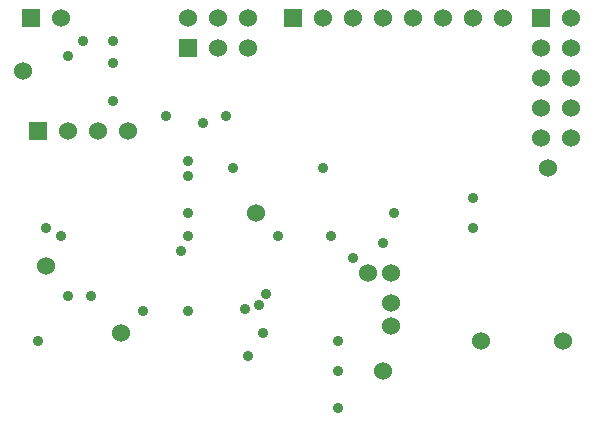
<source format=gbr>
G04 start of page 8 for group 6 idx 6 *
G04 Title: (unknown), signal2 *
G04 Creator: pcb 20110918 *
G04 CreationDate: Tue 10 Jan 2012 07:33:53 PM GMT UTC *
G04 For: andy *
G04 Format: Gerber/RS-274X *
G04 PCB-Dimensions: 279528 153543 *
G04 PCB-Coordinate-Origin: lower left *
%MOIN*%
%FSLAX25Y25*%
%LNGROUP6*%
%ADD65C,0.0380*%
%ADD64C,0.0350*%
%ADD63C,0.0200*%
%ADD62C,0.0360*%
%ADD61C,0.0600*%
%ADD60C,0.0001*%
G54D60*G36*
X87000Y146543D02*Y140543D01*
X93000D01*
Y146543D01*
X87000D01*
G37*
G54D61*X100000Y143543D03*
G54D60*G36*
X89500Y109043D02*Y103043D01*
X95500D01*
Y109043D01*
X89500D01*
G37*
G54D61*X102500Y106043D03*
X112500D03*
X122500D03*
G54D60*G36*
X139500Y136543D02*Y130543D01*
X145500D01*
Y136543D01*
X139500D01*
G37*
G54D61*X142500Y143543D03*
X152500Y133543D03*
Y143543D03*
X162500Y133543D03*
Y143543D03*
G54D60*G36*
X174500Y146543D02*Y140543D01*
X180500D01*
Y146543D01*
X174500D01*
G37*
G54D61*X187500Y143543D03*
X197500D03*
X207500D03*
X217500D03*
X227500D03*
X237500D03*
X247500D03*
G54D60*G36*
X257000Y146543D02*Y140543D01*
X263000D01*
Y146543D01*
X257000D01*
G37*
G54D61*X270000Y143543D03*
X260000Y133543D03*
X270000D03*
X260000Y123543D03*
X270000D03*
X260000Y113543D03*
X270000D03*
X260000Y103543D03*
X270000D03*
G54D62*X187500Y93543D03*
X155000Y111043D03*
X157500Y93543D03*
X117500Y136043D03*
Y128543D03*
G54D61*X87500Y126043D03*
G54D62*X102500Y131043D03*
X107500Y136043D03*
G54D61*X165000Y78543D03*
G54D62*X142500D03*
X147500Y108543D03*
X142500Y96043D03*
Y91043D03*
X135000Y111043D03*
X117500Y116043D03*
G54D61*X262500Y93543D03*
X240000Y36043D03*
G54D62*X237500Y73543D03*
Y83543D03*
X172500Y71043D03*
G54D61*X202500Y58543D03*
X210000Y48543D03*
G54D62*X190000Y71043D03*
X207500Y68543D03*
X197500Y63543D03*
X211000Y78543D03*
G54D61*X210000Y58543D03*
X207500Y26043D03*
X267500Y36043D03*
G54D62*X192500D03*
Y26043D03*
Y13543D03*
G54D61*X210000Y41043D03*
X95000Y61043D03*
G54D62*X110000Y51043D03*
X95000Y73543D03*
X102500Y51043D03*
X100000Y71043D03*
X140000Y66043D03*
G54D61*X120000Y38543D03*
G54D62*X92500Y36043D03*
X127500Y46043D03*
X142500Y71043D03*
X167500Y38543D03*
X162500Y31043D03*
X142500Y46043D03*
X161400Y46543D03*
X166000Y47943D03*
X168500Y51843D03*
G54D63*G54D64*G54D63*G54D64*G54D63*G54D64*G54D63*G54D64*G54D63*G54D64*G54D63*G54D64*G54D63*G54D64*G54D63*G54D65*M02*

</source>
